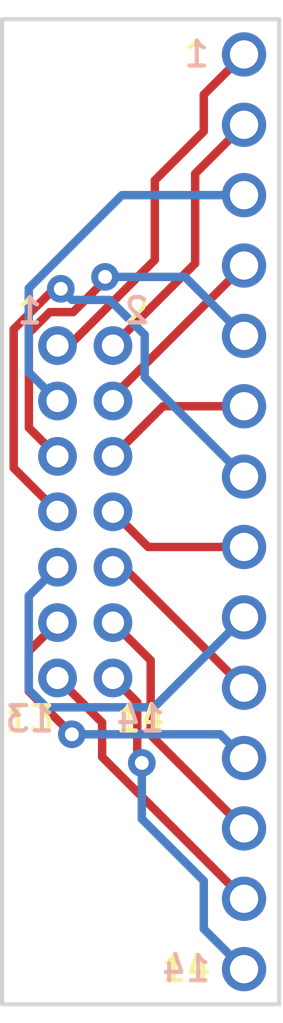
<source format=kicad_pcb>
(kicad_pcb (version 20171130) (host pcbnew "(5.1.6)-1")

  (general
    (thickness 1.6)
    (drawings 16)
    (tracks 65)
    (zones 0)
    (modules 4)
    (nets 15)
  )

  (page A4)
  (layers
    (0 F.Cu signal)
    (31 B.Cu signal)
    (32 B.Adhes user)
    (33 F.Adhes user)
    (34 B.Paste user)
    (35 F.Paste user)
    (36 B.SilkS user)
    (37 F.SilkS user)
    (38 B.Mask user)
    (39 F.Mask user)
    (40 Dwgs.User user)
    (41 Cmts.User user)
    (42 Eco1.User user)
    (43 Eco2.User user)
    (44 Edge.Cuts user)
    (45 Margin user)
    (46 B.CrtYd user)
    (47 F.CrtYd user)
    (48 B.Fab user)
    (49 F.Fab user)
  )

  (setup
    (last_trace_width 0.3048)
    (trace_clearance 0.1778)
    (zone_clearance 0.508)
    (zone_45_only no)
    (trace_min 0.15494)
    (via_size 1)
    (via_drill 0.5)
    (via_min_size 0.4)
    (via_min_drill 0.3)
    (uvia_size 0.3)
    (uvia_drill 0.1)
    (uvias_allowed no)
    (uvia_min_size 0.2)
    (uvia_min_drill 0.1)
    (edge_width 0.15)
    (segment_width 0.15)
    (pcb_text_width 0.3)
    (pcb_text_size 1.5 1.5)
    (mod_edge_width 0.15)
    (mod_text_size 1 1)
    (mod_text_width 0.15)
    (pad_size 1.524 1.524)
    (pad_drill 0.762)
    (pad_to_mask_clearance 0.2)
    (aux_axis_origin 0 0)
    (visible_elements 7FFFFF7F)
    (pcbplotparams
      (layerselection 0x010f0_ffffffff)
      (usegerberextensions true)
      (usegerberattributes false)
      (usegerberadvancedattributes false)
      (creategerberjobfile false)
      (excludeedgelayer true)
      (linewidth 0.100000)
      (plotframeref false)
      (viasonmask false)
      (mode 1)
      (useauxorigin false)
      (hpglpennumber 1)
      (hpglpenspeed 20)
      (hpglpendiameter 15.000000)
      (psnegative false)
      (psa4output false)
      (plotreference true)
      (plotvalue true)
      (plotinvisibletext false)
      (padsonsilk false)
      (subtractmaskfromsilk true)
      (outputformat 1)
      (mirror false)
      (drillshape 0)
      (scaleselection 1)
      (outputdirectory "gerber/"))
  )

  (net 0 "")
  (net 1 /1)
  (net 2 /2)
  (net 3 /3)
  (net 4 /4)
  (net 5 /5)
  (net 6 /6)
  (net 7 /7)
  (net 8 /8)
  (net 9 /9)
  (net 10 /10)
  (net 11 /11)
  (net 12 /12)
  (net 13 /13)
  (net 14 /14)

  (net_class Default "これはデフォルトのネット クラスです。"
    (clearance 0.1778)
    (trace_width 0.3048)
    (via_dia 1)
    (via_drill 0.5)
    (uvia_dia 0.3)
    (uvia_drill 0.1)
    (add_net /1)
    (add_net /10)
    (add_net /11)
    (add_net /12)
    (add_net /13)
    (add_net /14)
    (add_net /2)
    (add_net /3)
    (add_net /4)
    (add_net /5)
    (add_net /6)
    (add_net /7)
    (add_net /8)
    (add_net /9)
  )

  (module MountingHole:MountingHole_3.2mm_M3 (layer F.Cu) (tedit 56D1B4CB) (tstamp 5F310221)
    (at 53.5 152.3)
    (descr "Mounting Hole 3.2mm, no annular, M3")
    (tags "mounting hole 3.2mm no annular m3")
    (path /5F313C83)
    (attr virtual)
    (fp_text reference H1 (at 0 -4.2) (layer Dwgs.User) hide
      (effects (font (size 1 1) (thickness 0.15)))
    )
    (fp_text value MountingHole (at 0 4.2) (layer F.Fab) hide
      (effects (font (size 1 1) (thickness 0.15)))
    )
    (fp_circle (center 0 0) (end 3.2 0) (layer Cmts.User) (width 0.15))
    (fp_circle (center 0 0) (end 3.45 0) (layer F.CrtYd) (width 0.05))
    (fp_text user %R (at 0.3 0) (layer F.Fab)
      (effects (font (size 1 1) (thickness 0.15)))
    )
    (pad 1 np_thru_hole circle (at 0 0) (size 3.2 3.2) (drill 3.2) (layers *.Cu *.Mask))
  )

  (module MountingHole:MountingHole_3.2mm_M3 (layer F.Cu) (tedit 56D1B4CB) (tstamp 5F310229)
    (at 53.5 122.3)
    (descr "Mounting Hole 3.2mm, no annular, M3")
    (tags "mounting hole 3.2mm no annular m3")
    (path /5F314128)
    (attr virtual)
    (fp_text reference H2 (at 0 -4.2) (layer Dwgs.User) hide
      (effects (font (size 1 1) (thickness 0.15)))
    )
    (fp_text value MountingHole (at 0 4.2) (layer F.Fab) hide
      (effects (font (size 1 1) (thickness 0.15)))
    )
    (fp_circle (center 0 0) (end 3.45 0) (layer F.CrtYd) (width 0.05))
    (fp_circle (center 0 0) (end 3.2 0) (layer Cmts.User) (width 0.15))
    (fp_text user %R (at 0.3 0) (layer F.Fab)
      (effects (font (size 1 1) (thickness 0.15)))
    )
    (pad 1 np_thru_hole circle (at 0 0) (size 3.2 3.2) (drill 3.2) (layers *.Cu *.Mask))
  )

  (module user:USER_DIL_2mm_7X2_NoSilk (layer F.Cu) (tedit 5F30EC4D) (tstamp 5F31022A)
    (at 53 137.3)
    (path /5C2842FE)
    (fp_text reference J1 (at 0 -8 unlocked) (layer Dwgs.User) hide
      (effects (font (size 1.016 1.016) (thickness 0.1778)))
    )
    (fp_text value 2.00_2x7P (at 0 8 unlocked) (layer Dwgs.User) hide
      (effects (font (size 0.9144 0.9144) (thickness 0.1524)))
    )
    (fp_line (start 2.75 10.67) (end 2.75 -10.67) (layer Dwgs.User) (width 0.15))
    (fp_line (start 2.75 -10.67) (end -2.75 -10.67) (layer Dwgs.User) (width 0.15))
    (fp_line (start -2.75 -10.67) (end -2.75 10.67) (layer Dwgs.User) (width 0.15))
    (fp_line (start -2.75 10.67) (end 2.75 10.67) (layer Dwgs.User) (width 0.15))
    (pad 1 thru_hole circle (at -1 -6) (size 1.4 1.4) (drill 0.8) (layers *.Cu *.Mask)
      (net 1 /1))
    (pad 2 thru_hole circle (at 1 -6) (size 1.4 1.4) (drill 0.8) (layers *.Cu *.Mask)
      (net 2 /2))
    (pad 5 thru_hole circle (at -1 -2) (size 1.4 1.4) (drill 0.8) (layers *.Cu *.Mask)
      (net 5 /5))
    (pad 6 thru_hole circle (at 1 -2) (size 1.4 1.4) (drill 0.8) (layers *.Cu *.Mask)
      (net 6 /6))
    (pad 3 thru_hole circle (at -1 -4) (size 1.4 1.4) (drill 0.8) (layers *.Cu *.Mask)
      (net 3 /3))
    (pad 4 thru_hole circle (at 1 -4) (size 1.4 1.4) (drill 0.8) (layers *.Cu *.Mask)
      (net 4 /4))
    (pad 7 thru_hole circle (at -1 0) (size 1.4 1.4) (drill 0.8) (layers *.Cu *.Mask)
      (net 7 /7))
    (pad 8 thru_hole circle (at 1 0) (size 1.4 1.4) (drill 0.8) (layers *.Cu *.Mask)
      (net 8 /8))
    (pad 9 thru_hole circle (at -1 2) (size 1.4 1.4) (drill 0.8) (layers *.Cu *.Mask)
      (net 9 /9))
    (pad 10 thru_hole circle (at 1 2) (size 1.4 1.4) (drill 0.8) (layers *.Cu *.Mask)
      (net 10 /10))
    (pad 11 thru_hole circle (at -1 4) (size 1.4 1.4) (drill 0.8) (layers *.Cu *.Mask)
      (net 11 /11))
    (pad 12 thru_hole circle (at 1 4) (size 1.4 1.4) (drill 0.8) (layers *.Cu *.Mask)
      (net 12 /12))
    (pad 13 thru_hole circle (at -1 6) (size 1.4 1.4) (drill 0.8) (layers *.Cu *.Mask)
      (net 13 /13))
    (pad 14 thru_hole circle (at 1 6) (size 1.4 1.4) (drill 0.8) (layers *.Cu *.Mask)
      (net 14 /14))
  )

  (module user:USER_SIL-14_NoSilk (layer F.Cu) (tedit 5C84C86D) (tstamp 5F31023F)
    (at 58.73 137.3 270)
    (descr "Connecteur 3 pins")
    (tags "CONN DEV")
    (path /5C285000)
    (fp_text reference J2 (at 0 -2.54 90 unlocked) (layer F.SilkS) hide
      (effects (font (size 1.016 1.016) (thickness 0.1778)))
    )
    (fp_text value 2.54_1x14P (at 0 2.54 90) (layer Dwgs.User) hide
      (effects (font (size 1.016 1.016) (thickness 0.1778)))
    )
    (fp_line (start -17.78 1.27) (end -17.78 -1.27) (layer Dwgs.User) (width 0.3048))
    (fp_line (start -17.78 -1.27) (end 17.78 -1.27) (layer Dwgs.User) (width 0.3048))
    (fp_line (start 17.78 -1.27) (end 17.78 1.27) (layer Dwgs.User) (width 0.3048))
    (fp_line (start 17.78 1.27) (end -17.78 1.27) (layer Dwgs.User) (width 0.3048))
    (pad 14 thru_hole circle (at 16.51 0 270) (size 1.6 1.6) (drill 1.02) (layers *.Cu *.Mask)
      (net 14 /14))
    (pad 13 thru_hole circle (at 13.97 0 270) (size 1.6 1.6) (drill 1.02) (layers *.Cu *.Mask)
      (net 13 /13))
    (pad 12 thru_hole circle (at 11.43 0 270) (size 1.6 1.6) (drill 1.02) (layers *.Cu *.Mask)
      (net 12 /12))
    (pad 11 thru_hole circle (at 8.89 0 270) (size 1.6 1.6) (drill 1.02) (layers *.Cu *.Mask)
      (net 11 /11))
    (pad 2 thru_hole circle (at -13.97 0 270) (size 1.6 1.6) (drill 1.02) (layers *.Cu *.Mask)
      (net 2 /2))
    (pad 3 thru_hole circle (at -11.43 0 270) (size 1.6 1.6) (drill 1.02) (layers *.Cu *.Mask)
      (net 3 /3))
    (pad 4 thru_hole circle (at -8.89 0 270) (size 1.6 1.6) (drill 1.02) (layers *.Cu *.Mask)
      (net 4 /4))
    (pad 5 thru_hole circle (at -6.35 0 270) (size 1.6 1.6) (drill 1.02) (layers *.Cu *.Mask)
      (net 5 /5))
    (pad 6 thru_hole circle (at -3.81 0 270) (size 1.6 1.6) (drill 1.02) (layers *.Cu *.Mask)
      (net 6 /6))
    (pad 7 thru_hole circle (at -1.27 0 270) (size 1.6 1.6) (drill 1.02) (layers *.Cu *.Mask)
      (net 7 /7))
    (pad 1 thru_hole circle (at -16.51 0 270) (size 1.6 1.6) (drill 1.02) (layers *.Cu *.Mask)
      (net 1 /1))
    (pad 8 thru_hole circle (at 1.27 0 270) (size 1.6 1.6) (drill 1.02) (layers *.Cu *.Mask)
      (net 8 /8))
    (pad 9 thru_hole circle (at 3.81 0 270) (size 1.6 1.6) (drill 1.02) (layers *.Cu *.Mask)
      (net 9 /9))
    (pad 10 thru_hole circle (at 6.35 0 270) (size 1.6 1.6) (drill 1.02) (layers *.Cu *.Mask)
      (net 10 /10))
  )

  (gr_line (start 50 119.52) (end 50 155.08) (angle 90) (layer Edge.Cuts) (width 0.15) (tstamp 5C285847))
  (gr_line (start 50 155.08) (end 60 155.08) (angle 90) (layer Edge.Cuts) (width 0.15) (tstamp 5C285846))
  (gr_line (start 60 155.08) (end 60 119.52) (angle 90) (layer Edge.Cuts) (width 0.15) (tstamp 5C285845))
  (gr_line (start 60 119.52) (end 50 119.52) (angle 90) (layer Edge.Cuts) (width 0.15) (tstamp 5F3102C2))
  (gr_text 1 (at 51 130.048) (layer F.SilkS) (tstamp 5C285843)
    (effects (font (size 0.9144 0.9144) (thickness 0.1524)))
  )
  (gr_text 2 (at 54.864 130.048) (layer F.SilkS) (tstamp 5C285842)
    (effects (font (size 0.9144 0.9144) (thickness 0.1524)))
  )
  (gr_text 13 (at 51 144.78) (layer F.SilkS) (tstamp 5C285841)
    (effects (font (size 0.9144 0.9144) (thickness 0.1524)))
  )
  (gr_text 14 (at 55 144.78) (layer F.SilkS) (tstamp 5C285840)
    (effects (font (size 0.9144 0.9144) (thickness 0.1524)))
  )
  (gr_text 1 (at 57.023 120.777) (layer F.SilkS) (tstamp 5C28583F)
    (effects (font (size 0.9144 0.9144) (thickness 0.1524)))
  )
  (gr_text 14 (at 56.642 153.797) (layer F.SilkS) (tstamp 5C28583E)
    (effects (font (size 0.9144 0.9144) (thickness 0.1524)))
  )
  (gr_text 1 (at 57.023 120.777) (layer B.SilkS) (tstamp 5C28583D)
    (effects (font (size 0.9144 0.9144) (thickness 0.1524)) (justify mirror))
  )
  (gr_text 14 (at 56.642 153.797) (layer B.SilkS) (tstamp 5C28583C)
    (effects (font (size 0.9144 0.9144) (thickness 0.1524)) (justify mirror))
  )
  (gr_text 2 (at 54.864 130.048) (layer B.SilkS) (tstamp 5C28583B)
    (effects (font (size 0.9144 0.9144) (thickness 0.1524)) (justify mirror))
  )
  (gr_text 1 (at 51 130.048) (layer B.SilkS) (tstamp 5C28583A)
    (effects (font (size 0.9144 0.9144) (thickness 0.1524)) (justify mirror))
  )
  (gr_text 13 (at 51 144.78) (layer B.SilkS) (tstamp 5C285839)
    (effects (font (size 0.9144 0.9144) (thickness 0.1524)) (justify mirror))
  )
  (gr_text 14 (at 55 144.78) (layer B.SilkS) (tstamp 5C285838)
    (effects (font (size 0.9144 0.9144) (thickness 0.1524)) (justify mirror))
  )

  (segment (start 55.5106 128.2064) (end 52.417 131.3) (width 0.3048) (layer F.Cu) (net 1))
  (segment (start 52.417 131.3) (end 52 131.3) (width 0.3048) (layer F.Cu) (net 1))
  (segment (start 58.73 120.79) (end 57.277 122.243) (width 0.3048) (layer F.Cu) (net 1))
  (segment (start 57.277 123.571) (end 55.5106 125.3374) (width 0.3048) (layer F.Cu) (net 1))
  (segment (start 57.277 122.243) (end 57.277 123.571) (width 0.3048) (layer F.Cu) (net 1))
  (segment (start 55.5106 125.3374) (end 55.5106 128.2064) (width 0.3048) (layer F.Cu) (net 1))
  (segment (start 58.73 123.33) (end 56.9674 125.0926) (width 0.3048) (layer F.Cu) (net 2))
  (segment (start 56.9674 125.0926) (end 56.9674 128.3326) (width 0.3048) (layer F.Cu) (net 2))
  (segment (start 56.9674 128.3326) (end 54 131.3) (width 0.3048) (layer F.Cu) (net 2))
  (segment (start 58.73 125.87) (end 54.3234 125.87) (width 0.3048) (layer B.Cu) (net 3))
  (segment (start 54.3234 125.87) (end 50.9622 129.2312) (width 0.3048) (layer B.Cu) (net 3))
  (segment (start 50.9622 129.2312) (end 50.9622 132.2622) (width 0.3048) (layer B.Cu) (net 3))
  (segment (start 50.9622 132.2622) (end 52 133.3) (width 0.3048) (layer B.Cu) (net 3))
  (segment (start 58.73 128.41) (end 54 133.14) (width 0.3048) (layer F.Cu) (net 4))
  (segment (start 54 133.14) (end 54 133.3) (width 0.3048) (layer F.Cu) (net 4))
  (segment (start 53.7161 128.821) (end 53.7161 128.9413) (width 0.3048) (layer F.Cu) (net 5))
  (segment (start 53.7161 128.9413) (end 52.565 130.0924) (width 0.3048) (layer F.Cu) (net 5))
  (segment (start 52.565 130.0924) (end 51.7196 130.0924) (width 0.3048) (layer F.Cu) (net 5))
  (segment (start 51.7196 130.0924) (end 50.9663 130.8457) (width 0.3048) (layer F.Cu) (net 5))
  (segment (start 50.9663 130.8457) (end 50.9663 134.2663) (width 0.3048) (layer F.Cu) (net 5))
  (segment (start 50.9663 134.2663) (end 52 135.3) (width 0.3048) (layer F.Cu) (net 5))
  (segment (start 58.73 130.95) (end 56.601 128.821) (width 0.3048) (layer B.Cu) (net 5))
  (segment (start 56.601 128.821) (end 53.7161 128.821) (width 0.3048) (layer B.Cu) (net 5))
  (via (at 53.7161 128.821) (size 1) (layers F.Cu B.Cu) (net 5))
  (segment (start 58.73 133.49) (end 55.81 133.49) (width 0.3048) (layer F.Cu) (net 6))
  (segment (start 55.81 133.49) (end 54 135.3) (width 0.3048) (layer F.Cu) (net 6))
  (segment (start 52.1189 129.2505) (end 52.5199 129.6515) (width 0.3048) (layer B.Cu) (net 7))
  (segment (start 52.5199 129.6515) (end 53.8858 129.6515) (width 0.3048) (layer B.Cu) (net 7))
  (segment (start 53.8858 129.6515) (end 55.1458 130.9115) (width 0.3048) (layer B.Cu) (net 7))
  (segment (start 55.1458 130.9115) (end 55.1458 132.4458) (width 0.3048) (layer B.Cu) (net 7))
  (segment (start 55.1458 132.4458) (end 58.73 136.03) (width 0.3048) (layer B.Cu) (net 7))
  (segment (start 52.1189 129.2505) (end 51.8784 129.2505) (width 0.3048) (layer F.Cu) (net 7))
  (segment (start 51.8784 129.2505) (end 50.4192 130.7097) (width 0.3048) (layer F.Cu) (net 7))
  (segment (start 50.4192 130.7097) (end 50.4192 135.7192) (width 0.3048) (layer F.Cu) (net 7))
  (segment (start 50.4192 135.7192) (end 52 137.3) (width 0.3048) (layer F.Cu) (net 7))
  (via (at 52.1189 129.2505) (size 1) (layers F.Cu B.Cu) (net 7))
  (segment (start 58.73 138.57) (end 55.27 138.57) (width 0.3048) (layer F.Cu) (net 8))
  (segment (start 55.27 138.57) (end 54 137.3) (width 0.3048) (layer F.Cu) (net 8))
  (segment (start 58.73 141.11) (end 55.4814 144.3586) (width 0.3048) (layer B.Cu) (net 9))
  (segment (start 55.4814 144.3586) (end 51.5981 144.3586) (width 0.3048) (layer B.Cu) (net 9))
  (segment (start 51.5981 144.3586) (end 50.9622 143.7227) (width 0.3048) (layer B.Cu) (net 9))
  (segment (start 50.9622 143.7227) (end 50.9622 140.3378) (width 0.3048) (layer B.Cu) (net 9))
  (segment (start 50.9622 140.3378) (end 52 139.3) (width 0.3048) (layer B.Cu) (net 9))
  (segment (start 58.73 143.65) (end 54.38 139.3) (width 0.3048) (layer F.Cu) (net 10))
  (segment (start 54.38 139.3) (end 54 139.3) (width 0.3048) (layer F.Cu) (net 10))
  (segment (start 58.73 146.19) (end 57.8726 145.3326) (width 0.3048) (layer B.Cu) (net 11))
  (segment (start 57.8726 145.3326) (end 52.5179 145.3326) (width 0.3048) (layer B.Cu) (net 11))
  (segment (start 52 141.3) (end 50.9622 142.3378) (width 0.3048) (layer F.Cu) (net 11))
  (segment (start 50.9622 142.3378) (end 50.9622 143.7769) (width 0.3048) (layer F.Cu) (net 11))
  (segment (start 50.9622 143.7769) (end 52.5179 145.3326) (width 0.3048) (layer F.Cu) (net 11))
  (via (at 52.5179 145.3326) (size 1) (layers F.Cu B.Cu) (net 11))
  (segment (start 54 141.3) (end 55.3609 142.6609) (width 0.3048) (layer F.Cu) (net 12))
  (segment (start 55.3609 142.6609) (end 55.3609 145.3609) (width 0.3048) (layer F.Cu) (net 12))
  (segment (start 55.3609 145.3609) (end 58.73 148.73) (width 0.3048) (layer F.Cu) (net 12))
  (segment (start 52 143.3) (end 53.61 144.91) (width 0.3048) (layer F.Cu) (net 13))
  (segment (start 53.61 144.91) (end 53.61 146.15) (width 0.3048) (layer F.Cu) (net 13))
  (segment (start 53.61 146.15) (end 58.73 151.27) (width 0.3048) (layer F.Cu) (net 13))
  (segment (start 55.0417 146.3656) (end 54.8779 146.2018) (width 0.3048) (layer F.Cu) (net 14))
  (segment (start 54.8779 146.2018) (end 54.8779 144.1779) (width 0.3048) (layer F.Cu) (net 14))
  (segment (start 54.8779 144.1779) (end 54 143.3) (width 0.3048) (layer F.Cu) (net 14))
  (via (at 55.0417 146.3656) (size 1) (layers F.Cu B.Cu) (net 14))
  (segment (start 58.73 153.81) (end 57.277 152.357) (width 0.3048) (layer B.Cu) (net 14))
  (segment (start 57.277 150.622) (end 55.0417 148.3867) (width 0.3048) (layer B.Cu) (net 14))
  (segment (start 57.277 152.357) (end 57.277 150.622) (width 0.3048) (layer B.Cu) (net 14))
  (segment (start 55.0417 148.3867) (end 55.0417 146.3656) (width 0.3048) (layer B.Cu) (net 14))

  (zone (net 0) (net_name "") (layers F&B.Cu) (tstamp 0) (hatch edge 0.508)
    (connect_pads (clearance 0.508))
    (min_thickness 0.254)
    (keepout (tracks allowed) (vias not_allowed) (copperpour allowed))
    (fill (arc_segments 32) (thermal_gap 0.508) (thermal_bridge_width 0.508))
    (polygon
      (pts
        (xy 55.75 145.145) (xy 54.25 145.145) (xy 54.25 144.145) (xy 55.75 144.145)
      )
    )
  )
  (zone (net 0) (net_name "") (layers F&B.Cu) (tstamp 0) (hatch edge 0.508)
    (connect_pads (clearance 0.508))
    (min_thickness 0.254)
    (keepout (tracks allowed) (vias not_allowed) (copperpour allowed))
    (fill (arc_segments 32) (thermal_gap 0.508) (thermal_bridge_width 0.508))
    (polygon
      (pts
        (xy 51.816 145.272) (xy 50.566 145.272) (xy 50.566 144.272) (xy 51.816 144.272)
      )
    )
  )
  (zone (net 0) (net_name "") (layers F&B.Cu) (tstamp 0) (hatch edge 0.508)
    (connect_pads (clearance 0.508))
    (min_thickness 0.254)
    (keepout (tracks allowed) (vias not_allowed) (copperpour allowed))
    (fill (arc_segments 32) (thermal_gap 0.508) (thermal_bridge_width 0.508))
    (polygon
      (pts
        (xy 55.387575 130.556) (xy 54.387575 130.556) (xy 54.387575 129.556) (xy 55.387575 129.556)
      )
    )
  )
  (zone (net 0) (net_name "") (layers F&B.Cu) (tstamp 0) (hatch edge 0.508)
    (connect_pads (clearance 0.508))
    (min_thickness 0.254)
    (keepout (tracks allowed) (vias not_allowed) (copperpour allowed))
    (fill (arc_segments 32) (thermal_gap 0.508) (thermal_bridge_width 0.508))
    (polygon
      (pts
        (xy 51.462712 130.667) (xy 50.462712 130.667) (xy 50.462712 129.667) (xy 51.462712 129.667)
      )
    )
  )
  (zone (net 0) (net_name "") (layers F&B.Cu) (tstamp 0) (hatch edge 0.508)
    (connect_pads (clearance 0.508))
    (min_thickness 0.254)
    (keepout (tracks allowed) (vias not_allowed) (copperpour allowed))
    (fill (arc_segments 32) (thermal_gap 0.508) (thermal_bridge_width 0.508))
    (polygon
      (pts
        (xy 57.425286 154.289) (xy 55.925286 154.289) (xy 55.925286 153.289) (xy 57.425286 153.289)
      )
    )
  )
  (zone (net 0) (net_name "") (layers F&B.Cu) (tstamp 0) (hatch edge 0.508)
    (connect_pads (clearance 0.508))
    (min_thickness 0.254)
    (keepout (tracks allowed) (vias not_allowed) (copperpour allowed))
    (fill (arc_segments 32) (thermal_gap 0.508) (thermal_bridge_width 0.508))
    (polygon
      (pts
        (xy 57.265 121.49365) (xy 56.515 121.49365) (xy 56.515 120.24365) (xy 57.265 120.24365)
      )
    )
  )
)

</source>
